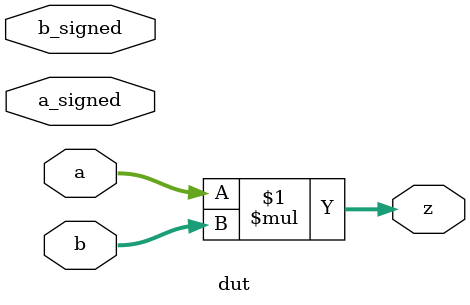
<source format=v>
module dut(
	input a_signed, b_signed,
	input [34:0] a,
	input [29:0] b,
	output [64:0] z
);

	assign z = a * b;

endmodule

</source>
